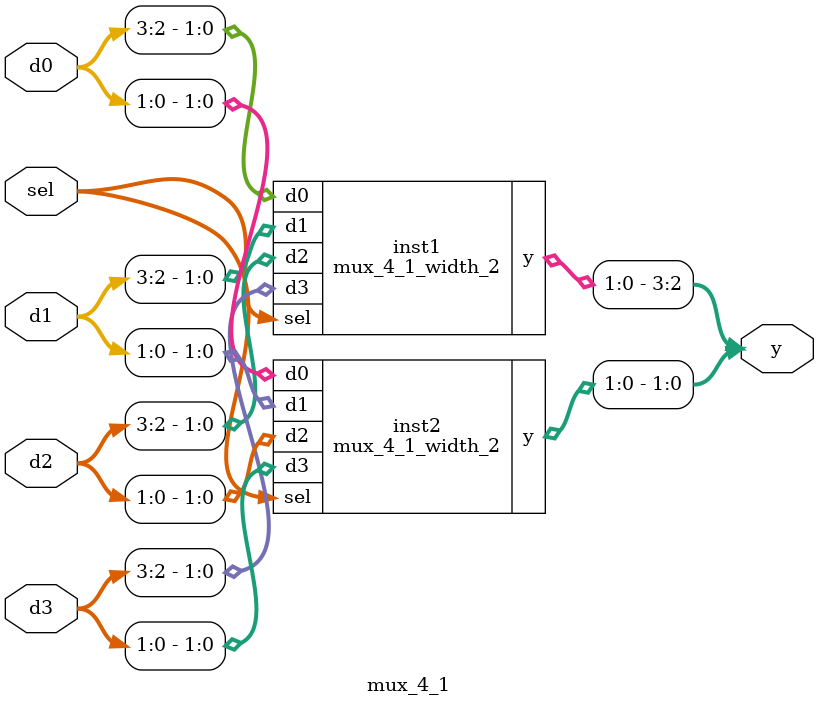
<source format=sv>

module mux_4_1_width_2
(
  input  [1:0] d0, d1, d2, d3,
  input  [1:0] sel,
  output [1:0] y
);

  assign y = sel [1] ? (sel [0] ? d3 : d2)
                     : (sel [0] ? d1 : d0);

endmodule

//----------------------------------------------------------------------------
// Task
//----------------------------------------------------------------------------

module mux_4_1
(
  input  [3:0] d0, d1, d2, d3,
  input  [1:0] sel,
  output [3:0] y
);

  // Task:
  // Implement mux_4_1 with 4-bit data
  // using two instances of mux_4_1_width_2 with 2-bit data
  mux_4_1_width_2 inst1
  (
    d0[3:2], d1[3:2], d2[3:2], d3[3:2], sel, y[3:2]
  );

  mux_4_1_width_2 inst2
  (
    d0[1:0], d1[1:0], d2[1:0], d3[1:0], sel, y[1:0]
  );

endmodule

</source>
